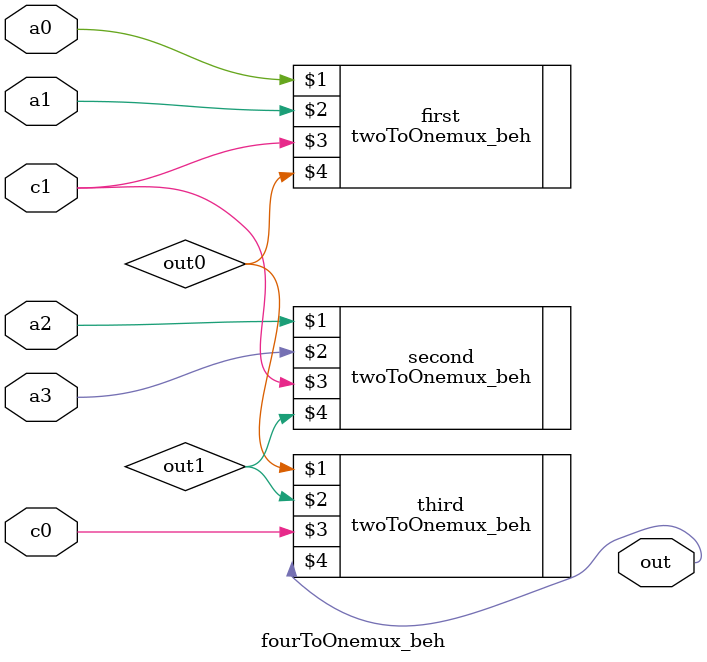
<source format=sv>
`timescale 1ns / 1ps

module fourToOnemux_beh(
    input logic a0 , a1 , a2 , a3, c1 , c0 ,
    output logic out
    );
    logic out0 , out1 ; 
    twoToOnemux_beh first(a0 , a1 , c1 , out0) ;
    twoToOnemux_beh second(a2 , a3 , c1 , out1) ;
    twoToOnemux_beh third(out0 , out1 , c0 , out) ;
endmodule

</source>
